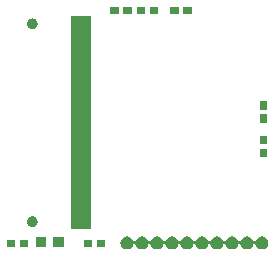
<source format=gbr>
G04 #@! TF.GenerationSoftware,KiCad,Pcbnew,(5.0.1-3-g963ef8bb5)*
G04 #@! TF.CreationDate,2019-06-17T13:28:08-10:00*
G04 #@! TF.ProjectId,OpenHAK_Display,4F70656E48414B5F446973706C61792E,rev?*
G04 #@! TF.SameCoordinates,Original*
G04 #@! TF.FileFunction,Soldermask,Bot*
G04 #@! TF.FilePolarity,Negative*
%FSLAX46Y46*%
G04 Gerber Fmt 4.6, Leading zero omitted, Abs format (unit mm)*
G04 Created by KiCad (PCBNEW (5.0.1-3-g963ef8bb5)) date Monday, June 17, 2019 at 01:28:08 PM*
%MOMM*%
%LPD*%
G01*
G04 APERTURE LIST*
%ADD10C,0.100000*%
G04 APERTURE END LIST*
D10*
G36*
X128200928Y-111397587D02*
X128271767Y-111411678D01*
X128371861Y-111453139D01*
X128461945Y-111513331D01*
X128538549Y-111589935D01*
X128598741Y-111680019D01*
X128630853Y-111757544D01*
X128642404Y-111779155D01*
X128657950Y-111798097D01*
X128676892Y-111813642D01*
X128698503Y-111825193D01*
X128721952Y-111832306D01*
X128746338Y-111834708D01*
X128770725Y-111832306D01*
X128794174Y-111825193D01*
X128815785Y-111813642D01*
X128834727Y-111798096D01*
X128850272Y-111779154D01*
X128861823Y-111757544D01*
X128893935Y-111680019D01*
X128954127Y-111589935D01*
X129030731Y-111513331D01*
X129120815Y-111453139D01*
X129220909Y-111411678D01*
X129291748Y-111397587D01*
X129327167Y-111390542D01*
X129435509Y-111390542D01*
X129470928Y-111397587D01*
X129541767Y-111411678D01*
X129641861Y-111453139D01*
X129731945Y-111513331D01*
X129808549Y-111589935D01*
X129868741Y-111680019D01*
X129900853Y-111757544D01*
X129912404Y-111779155D01*
X129927950Y-111798097D01*
X129946892Y-111813642D01*
X129968503Y-111825193D01*
X129991952Y-111832306D01*
X130016338Y-111834708D01*
X130040725Y-111832306D01*
X130064174Y-111825193D01*
X130085785Y-111813642D01*
X130104727Y-111798096D01*
X130120272Y-111779154D01*
X130131823Y-111757544D01*
X130163935Y-111680019D01*
X130224127Y-111589935D01*
X130300731Y-111513331D01*
X130390815Y-111453139D01*
X130490909Y-111411678D01*
X130561748Y-111397587D01*
X130597167Y-111390542D01*
X130705509Y-111390542D01*
X130740928Y-111397587D01*
X130811767Y-111411678D01*
X130911861Y-111453139D01*
X131001945Y-111513331D01*
X131078549Y-111589935D01*
X131138741Y-111680019D01*
X131170853Y-111757544D01*
X131182404Y-111779155D01*
X131197950Y-111798097D01*
X131216892Y-111813642D01*
X131238503Y-111825193D01*
X131261952Y-111832306D01*
X131286338Y-111834708D01*
X131310725Y-111832306D01*
X131334174Y-111825193D01*
X131355785Y-111813642D01*
X131374727Y-111798096D01*
X131390272Y-111779154D01*
X131401823Y-111757544D01*
X131433935Y-111680019D01*
X131494127Y-111589935D01*
X131570731Y-111513331D01*
X131660815Y-111453139D01*
X131760909Y-111411678D01*
X131831748Y-111397587D01*
X131867167Y-111390542D01*
X131975509Y-111390542D01*
X132010928Y-111397587D01*
X132081767Y-111411678D01*
X132181861Y-111453139D01*
X132271945Y-111513331D01*
X132348549Y-111589935D01*
X132408741Y-111680019D01*
X132440853Y-111757544D01*
X132452404Y-111779155D01*
X132467950Y-111798097D01*
X132486892Y-111813642D01*
X132508503Y-111825193D01*
X132531952Y-111832306D01*
X132556338Y-111834708D01*
X132580725Y-111832306D01*
X132604174Y-111825193D01*
X132625785Y-111813642D01*
X132644727Y-111798096D01*
X132660272Y-111779154D01*
X132671823Y-111757544D01*
X132703935Y-111680019D01*
X132764127Y-111589935D01*
X132840731Y-111513331D01*
X132930815Y-111453139D01*
X133030909Y-111411678D01*
X133101748Y-111397587D01*
X133137167Y-111390542D01*
X133245509Y-111390542D01*
X133280928Y-111397587D01*
X133351767Y-111411678D01*
X133451861Y-111453139D01*
X133541945Y-111513331D01*
X133618549Y-111589935D01*
X133678741Y-111680019D01*
X133710853Y-111757544D01*
X133722404Y-111779155D01*
X133737950Y-111798097D01*
X133756892Y-111813642D01*
X133778503Y-111825193D01*
X133801952Y-111832306D01*
X133826338Y-111834708D01*
X133850725Y-111832306D01*
X133874174Y-111825193D01*
X133895785Y-111813642D01*
X133914727Y-111798096D01*
X133930272Y-111779154D01*
X133941823Y-111757544D01*
X133973935Y-111680019D01*
X134034127Y-111589935D01*
X134110731Y-111513331D01*
X134200815Y-111453139D01*
X134300909Y-111411678D01*
X134371748Y-111397587D01*
X134407167Y-111390542D01*
X134515509Y-111390542D01*
X134550928Y-111397587D01*
X134621767Y-111411678D01*
X134721861Y-111453139D01*
X134811945Y-111513331D01*
X134888549Y-111589935D01*
X134948741Y-111680019D01*
X134980853Y-111757544D01*
X134992404Y-111779155D01*
X135007950Y-111798097D01*
X135026892Y-111813642D01*
X135048503Y-111825193D01*
X135071952Y-111832306D01*
X135096338Y-111834708D01*
X135120725Y-111832306D01*
X135144174Y-111825193D01*
X135165785Y-111813642D01*
X135184727Y-111798096D01*
X135200272Y-111779154D01*
X135211823Y-111757544D01*
X135243935Y-111680019D01*
X135304127Y-111589935D01*
X135380731Y-111513331D01*
X135470815Y-111453139D01*
X135570909Y-111411678D01*
X135641748Y-111397587D01*
X135677167Y-111390542D01*
X135785509Y-111390542D01*
X135820928Y-111397587D01*
X135891767Y-111411678D01*
X135991861Y-111453139D01*
X136081945Y-111513331D01*
X136158549Y-111589935D01*
X136218741Y-111680019D01*
X136250853Y-111757544D01*
X136262404Y-111779155D01*
X136277950Y-111798097D01*
X136296892Y-111813642D01*
X136318503Y-111825193D01*
X136341952Y-111832306D01*
X136366338Y-111834708D01*
X136390725Y-111832306D01*
X136414174Y-111825193D01*
X136435785Y-111813642D01*
X136454727Y-111798096D01*
X136470272Y-111779154D01*
X136481823Y-111757544D01*
X136513935Y-111680019D01*
X136574127Y-111589935D01*
X136650731Y-111513331D01*
X136740815Y-111453139D01*
X136840909Y-111411678D01*
X136911748Y-111397587D01*
X136947167Y-111390542D01*
X137055509Y-111390542D01*
X137090928Y-111397587D01*
X137161767Y-111411678D01*
X137261861Y-111453139D01*
X137351945Y-111513331D01*
X137428549Y-111589935D01*
X137488741Y-111680019D01*
X137520853Y-111757544D01*
X137532404Y-111779155D01*
X137547950Y-111798097D01*
X137566892Y-111813642D01*
X137588503Y-111825193D01*
X137611952Y-111832306D01*
X137636338Y-111834708D01*
X137660725Y-111832306D01*
X137684174Y-111825193D01*
X137705785Y-111813642D01*
X137724727Y-111798096D01*
X137740272Y-111779154D01*
X137751823Y-111757544D01*
X137783935Y-111680019D01*
X137844127Y-111589935D01*
X137920731Y-111513331D01*
X138010815Y-111453139D01*
X138110909Y-111411678D01*
X138181748Y-111397587D01*
X138217167Y-111390542D01*
X138325509Y-111390542D01*
X138360928Y-111397587D01*
X138431767Y-111411678D01*
X138531861Y-111453139D01*
X138621945Y-111513331D01*
X138698549Y-111589935D01*
X138758741Y-111680019D01*
X138790853Y-111757544D01*
X138802404Y-111779155D01*
X138817950Y-111798097D01*
X138836892Y-111813642D01*
X138858503Y-111825193D01*
X138881952Y-111832306D01*
X138906338Y-111834708D01*
X138930725Y-111832306D01*
X138954174Y-111825193D01*
X138975785Y-111813642D01*
X138994727Y-111798096D01*
X139010272Y-111779154D01*
X139021823Y-111757544D01*
X139053935Y-111680019D01*
X139114127Y-111589935D01*
X139190731Y-111513331D01*
X139280815Y-111453139D01*
X139380909Y-111411678D01*
X139451748Y-111397587D01*
X139487167Y-111390542D01*
X139595509Y-111390542D01*
X139630928Y-111397587D01*
X139701767Y-111411678D01*
X139801861Y-111453139D01*
X139891945Y-111513331D01*
X139968549Y-111589935D01*
X139968551Y-111589938D01*
X140028741Y-111680019D01*
X140070202Y-111780113D01*
X140091338Y-111886372D01*
X140091338Y-111994712D01*
X140070202Y-112100971D01*
X140060853Y-112123540D01*
X140028741Y-112201065D01*
X139968549Y-112291149D01*
X139891945Y-112367753D01*
X139891942Y-112367755D01*
X139801861Y-112427945D01*
X139701767Y-112469406D01*
X139630928Y-112483497D01*
X139595509Y-112490542D01*
X139487167Y-112490542D01*
X139451748Y-112483497D01*
X139380909Y-112469406D01*
X139280815Y-112427945D01*
X139190734Y-112367755D01*
X139190731Y-112367753D01*
X139114127Y-112291149D01*
X139053935Y-112201065D01*
X139021823Y-112123540D01*
X139010272Y-112101929D01*
X138994726Y-112082987D01*
X138975784Y-112067442D01*
X138954173Y-112055891D01*
X138930724Y-112048778D01*
X138906338Y-112046376D01*
X138881951Y-112048778D01*
X138858502Y-112055891D01*
X138836891Y-112067442D01*
X138817949Y-112082988D01*
X138802404Y-112101930D01*
X138790853Y-112123540D01*
X138758741Y-112201065D01*
X138698549Y-112291149D01*
X138621945Y-112367753D01*
X138621942Y-112367755D01*
X138531861Y-112427945D01*
X138431767Y-112469406D01*
X138360928Y-112483497D01*
X138325509Y-112490542D01*
X138217167Y-112490542D01*
X138181748Y-112483497D01*
X138110909Y-112469406D01*
X138010815Y-112427945D01*
X137920734Y-112367755D01*
X137920731Y-112367753D01*
X137844127Y-112291149D01*
X137783935Y-112201065D01*
X137751823Y-112123540D01*
X137740272Y-112101929D01*
X137724726Y-112082987D01*
X137705784Y-112067442D01*
X137684173Y-112055891D01*
X137660724Y-112048778D01*
X137636338Y-112046376D01*
X137611951Y-112048778D01*
X137588502Y-112055891D01*
X137566891Y-112067442D01*
X137547949Y-112082988D01*
X137532404Y-112101930D01*
X137520853Y-112123540D01*
X137488741Y-112201065D01*
X137428549Y-112291149D01*
X137351945Y-112367753D01*
X137351942Y-112367755D01*
X137261861Y-112427945D01*
X137161767Y-112469406D01*
X137090928Y-112483497D01*
X137055509Y-112490542D01*
X136947167Y-112490542D01*
X136911748Y-112483497D01*
X136840909Y-112469406D01*
X136740815Y-112427945D01*
X136650734Y-112367755D01*
X136650731Y-112367753D01*
X136574127Y-112291149D01*
X136513935Y-112201065D01*
X136481823Y-112123540D01*
X136470272Y-112101929D01*
X136454726Y-112082987D01*
X136435784Y-112067442D01*
X136414173Y-112055891D01*
X136390724Y-112048778D01*
X136366338Y-112046376D01*
X136341951Y-112048778D01*
X136318502Y-112055891D01*
X136296891Y-112067442D01*
X136277949Y-112082988D01*
X136262404Y-112101930D01*
X136250853Y-112123540D01*
X136218741Y-112201065D01*
X136158549Y-112291149D01*
X136081945Y-112367753D01*
X136081942Y-112367755D01*
X135991861Y-112427945D01*
X135891767Y-112469406D01*
X135820928Y-112483497D01*
X135785509Y-112490542D01*
X135677167Y-112490542D01*
X135641748Y-112483497D01*
X135570909Y-112469406D01*
X135470815Y-112427945D01*
X135380734Y-112367755D01*
X135380731Y-112367753D01*
X135304127Y-112291149D01*
X135243935Y-112201065D01*
X135211823Y-112123540D01*
X135200272Y-112101929D01*
X135184726Y-112082987D01*
X135165784Y-112067442D01*
X135144173Y-112055891D01*
X135120724Y-112048778D01*
X135096338Y-112046376D01*
X135071951Y-112048778D01*
X135048502Y-112055891D01*
X135026891Y-112067442D01*
X135007949Y-112082988D01*
X134992404Y-112101930D01*
X134980853Y-112123540D01*
X134948741Y-112201065D01*
X134888549Y-112291149D01*
X134811945Y-112367753D01*
X134811942Y-112367755D01*
X134721861Y-112427945D01*
X134621767Y-112469406D01*
X134550928Y-112483497D01*
X134515509Y-112490542D01*
X134407167Y-112490542D01*
X134371748Y-112483497D01*
X134300909Y-112469406D01*
X134200815Y-112427945D01*
X134110734Y-112367755D01*
X134110731Y-112367753D01*
X134034127Y-112291149D01*
X133973935Y-112201065D01*
X133941823Y-112123540D01*
X133930272Y-112101929D01*
X133914726Y-112082987D01*
X133895784Y-112067442D01*
X133874173Y-112055891D01*
X133850724Y-112048778D01*
X133826338Y-112046376D01*
X133801951Y-112048778D01*
X133778502Y-112055891D01*
X133756891Y-112067442D01*
X133737949Y-112082988D01*
X133722404Y-112101930D01*
X133710853Y-112123540D01*
X133678741Y-112201065D01*
X133618549Y-112291149D01*
X133541945Y-112367753D01*
X133541942Y-112367755D01*
X133451861Y-112427945D01*
X133351767Y-112469406D01*
X133280928Y-112483497D01*
X133245509Y-112490542D01*
X133137167Y-112490542D01*
X133101748Y-112483497D01*
X133030909Y-112469406D01*
X132930815Y-112427945D01*
X132840734Y-112367755D01*
X132840731Y-112367753D01*
X132764127Y-112291149D01*
X132703935Y-112201065D01*
X132671823Y-112123540D01*
X132660272Y-112101929D01*
X132644726Y-112082987D01*
X132625784Y-112067442D01*
X132604173Y-112055891D01*
X132580724Y-112048778D01*
X132556338Y-112046376D01*
X132531951Y-112048778D01*
X132508502Y-112055891D01*
X132486891Y-112067442D01*
X132467949Y-112082988D01*
X132452404Y-112101930D01*
X132440853Y-112123540D01*
X132408741Y-112201065D01*
X132348549Y-112291149D01*
X132271945Y-112367753D01*
X132271942Y-112367755D01*
X132181861Y-112427945D01*
X132081767Y-112469406D01*
X132010928Y-112483497D01*
X131975509Y-112490542D01*
X131867167Y-112490542D01*
X131831748Y-112483497D01*
X131760909Y-112469406D01*
X131660815Y-112427945D01*
X131570734Y-112367755D01*
X131570731Y-112367753D01*
X131494127Y-112291149D01*
X131433935Y-112201065D01*
X131401823Y-112123540D01*
X131390272Y-112101929D01*
X131374726Y-112082987D01*
X131355784Y-112067442D01*
X131334173Y-112055891D01*
X131310724Y-112048778D01*
X131286338Y-112046376D01*
X131261951Y-112048778D01*
X131238502Y-112055891D01*
X131216891Y-112067442D01*
X131197949Y-112082988D01*
X131182404Y-112101930D01*
X131170853Y-112123540D01*
X131138741Y-112201065D01*
X131078549Y-112291149D01*
X131001945Y-112367753D01*
X131001942Y-112367755D01*
X130911861Y-112427945D01*
X130811767Y-112469406D01*
X130740928Y-112483497D01*
X130705509Y-112490542D01*
X130597167Y-112490542D01*
X130561748Y-112483497D01*
X130490909Y-112469406D01*
X130390815Y-112427945D01*
X130300734Y-112367755D01*
X130300731Y-112367753D01*
X130224127Y-112291149D01*
X130163935Y-112201065D01*
X130131823Y-112123540D01*
X130120272Y-112101929D01*
X130104726Y-112082987D01*
X130085784Y-112067442D01*
X130064173Y-112055891D01*
X130040724Y-112048778D01*
X130016338Y-112046376D01*
X129991951Y-112048778D01*
X129968502Y-112055891D01*
X129946891Y-112067442D01*
X129927949Y-112082988D01*
X129912404Y-112101930D01*
X129900853Y-112123540D01*
X129868741Y-112201065D01*
X129808549Y-112291149D01*
X129731945Y-112367753D01*
X129731942Y-112367755D01*
X129641861Y-112427945D01*
X129541767Y-112469406D01*
X129470928Y-112483497D01*
X129435509Y-112490542D01*
X129327167Y-112490542D01*
X129291748Y-112483497D01*
X129220909Y-112469406D01*
X129120815Y-112427945D01*
X129030734Y-112367755D01*
X129030731Y-112367753D01*
X128954127Y-112291149D01*
X128893935Y-112201065D01*
X128861823Y-112123540D01*
X128850272Y-112101929D01*
X128834726Y-112082987D01*
X128815784Y-112067442D01*
X128794173Y-112055891D01*
X128770724Y-112048778D01*
X128746338Y-112046376D01*
X128721951Y-112048778D01*
X128698502Y-112055891D01*
X128676891Y-112067442D01*
X128657949Y-112082988D01*
X128642404Y-112101930D01*
X128630853Y-112123540D01*
X128598741Y-112201065D01*
X128538549Y-112291149D01*
X128461945Y-112367753D01*
X128461942Y-112367755D01*
X128371861Y-112427945D01*
X128271767Y-112469406D01*
X128200928Y-112483497D01*
X128165509Y-112490542D01*
X128057167Y-112490542D01*
X128021748Y-112483497D01*
X127950909Y-112469406D01*
X127850815Y-112427945D01*
X127760734Y-112367755D01*
X127760731Y-112367753D01*
X127684127Y-112291149D01*
X127623935Y-112201065D01*
X127591823Y-112123540D01*
X127582474Y-112100971D01*
X127561338Y-111994712D01*
X127561338Y-111886372D01*
X127582474Y-111780113D01*
X127623935Y-111680019D01*
X127684125Y-111589938D01*
X127684127Y-111589935D01*
X127760731Y-111513331D01*
X127850815Y-111453139D01*
X127950909Y-111411678D01*
X128021748Y-111397587D01*
X128057167Y-111390542D01*
X128165509Y-111390542D01*
X128200928Y-111397587D01*
X128200928Y-111397587D01*
G37*
G36*
X121295000Y-112286000D02*
X120395000Y-112286000D01*
X120395000Y-111436000D01*
X121295000Y-111436000D01*
X121295000Y-112286000D01*
X121295000Y-112286000D01*
G37*
G36*
X122795000Y-112286000D02*
X121895000Y-112286000D01*
X121895000Y-111436000D01*
X122795000Y-111436000D01*
X122795000Y-112286000D01*
X122795000Y-112286000D01*
G37*
G36*
X119781338Y-112280542D02*
X119081338Y-112280542D01*
X119081338Y-111680542D01*
X119781338Y-111680542D01*
X119781338Y-112280542D01*
X119781338Y-112280542D01*
G37*
G36*
X118681338Y-112280542D02*
X117981338Y-112280542D01*
X117981338Y-111680542D01*
X118681338Y-111680542D01*
X118681338Y-112280542D01*
X118681338Y-112280542D01*
G37*
G36*
X126305000Y-112270542D02*
X125605000Y-112270542D01*
X125605000Y-111670542D01*
X126305000Y-111670542D01*
X126305000Y-112270542D01*
X126305000Y-112270542D01*
G37*
G36*
X125205000Y-112270542D02*
X124505000Y-112270542D01*
X124505000Y-111670542D01*
X125205000Y-111670542D01*
X125205000Y-112270542D01*
X125205000Y-112270542D01*
G37*
G36*
X125062752Y-110756959D02*
X123362752Y-110756959D01*
X123362752Y-92756959D01*
X125062752Y-92756959D01*
X125062752Y-110756959D01*
X125062752Y-110756959D01*
G37*
G36*
X120244012Y-109699252D02*
X120325907Y-109733174D01*
X120399613Y-109782423D01*
X120462288Y-109845098D01*
X120511537Y-109918804D01*
X120545459Y-110000699D01*
X120562752Y-110087637D01*
X120562752Y-110176281D01*
X120545459Y-110263219D01*
X120511537Y-110345114D01*
X120462288Y-110418820D01*
X120399613Y-110481495D01*
X120325907Y-110530744D01*
X120244012Y-110564666D01*
X120157074Y-110581959D01*
X120068430Y-110581959D01*
X119981492Y-110564666D01*
X119899597Y-110530744D01*
X119825891Y-110481495D01*
X119763216Y-110418820D01*
X119713967Y-110345114D01*
X119680045Y-110263219D01*
X119662752Y-110176281D01*
X119662752Y-110087637D01*
X119680045Y-110000699D01*
X119713967Y-109918804D01*
X119763216Y-109845098D01*
X119825891Y-109782423D01*
X119899597Y-109733174D01*
X119981492Y-109699252D01*
X120068430Y-109681959D01*
X120157074Y-109681959D01*
X120244012Y-109699252D01*
X120244012Y-109699252D01*
G37*
G36*
X139986338Y-104695542D02*
X139386338Y-104695542D01*
X139386338Y-103995542D01*
X139986338Y-103995542D01*
X139986338Y-104695542D01*
X139986338Y-104695542D01*
G37*
G36*
X139986338Y-103595542D02*
X139386338Y-103595542D01*
X139386338Y-102895542D01*
X139986338Y-102895542D01*
X139986338Y-103595542D01*
X139986338Y-103595542D01*
G37*
G36*
X139991338Y-101765542D02*
X139391338Y-101765542D01*
X139391338Y-101065542D01*
X139991338Y-101065542D01*
X139991338Y-101765542D01*
X139991338Y-101765542D01*
G37*
G36*
X139991338Y-100665542D02*
X139391338Y-100665542D01*
X139391338Y-99965542D01*
X139991338Y-99965542D01*
X139991338Y-100665542D01*
X139991338Y-100665542D01*
G37*
G36*
X120244012Y-92949252D02*
X120325907Y-92983174D01*
X120399613Y-93032423D01*
X120462288Y-93095098D01*
X120511537Y-93168804D01*
X120545459Y-93250699D01*
X120562752Y-93337637D01*
X120562752Y-93426281D01*
X120545459Y-93513219D01*
X120511537Y-93595114D01*
X120462288Y-93668820D01*
X120399613Y-93731495D01*
X120325907Y-93780744D01*
X120244012Y-93814666D01*
X120157074Y-93831959D01*
X120068430Y-93831959D01*
X119981492Y-93814666D01*
X119899597Y-93780744D01*
X119825891Y-93731495D01*
X119763216Y-93668820D01*
X119713967Y-93595114D01*
X119680045Y-93513219D01*
X119662752Y-93426281D01*
X119662752Y-93337637D01*
X119680045Y-93250699D01*
X119713967Y-93168804D01*
X119763216Y-93095098D01*
X119825891Y-93032423D01*
X119899597Y-92983174D01*
X119981492Y-92949252D01*
X120068430Y-92931959D01*
X120157074Y-92931959D01*
X120244012Y-92949252D01*
X120244012Y-92949252D01*
G37*
G36*
X128511338Y-92551000D02*
X127811338Y-92551000D01*
X127811338Y-91951000D01*
X128511338Y-91951000D01*
X128511338Y-92551000D01*
X128511338Y-92551000D01*
G37*
G36*
X127411338Y-92551000D02*
X126711338Y-92551000D01*
X126711338Y-91951000D01*
X127411338Y-91951000D01*
X127411338Y-92551000D01*
X127411338Y-92551000D01*
G37*
G36*
X129641338Y-92551000D02*
X128941338Y-92551000D01*
X128941338Y-91951000D01*
X129641338Y-91951000D01*
X129641338Y-92551000D01*
X129641338Y-92551000D01*
G37*
G36*
X130741338Y-92551000D02*
X130041338Y-92551000D01*
X130041338Y-91951000D01*
X130741338Y-91951000D01*
X130741338Y-92551000D01*
X130741338Y-92551000D01*
G37*
G36*
X132495000Y-92541000D02*
X131795000Y-92541000D01*
X131795000Y-91941000D01*
X132495000Y-91941000D01*
X132495000Y-92541000D01*
X132495000Y-92541000D01*
G37*
G36*
X133595000Y-92541000D02*
X132895000Y-92541000D01*
X132895000Y-91941000D01*
X133595000Y-91941000D01*
X133595000Y-92541000D01*
X133595000Y-92541000D01*
G37*
M02*

</source>
